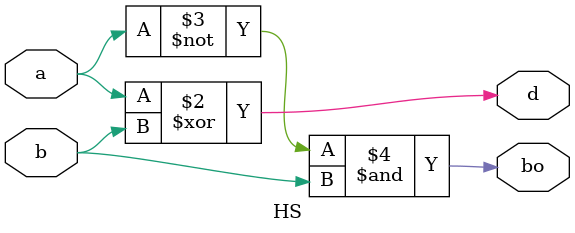
<source format=sv>
module HS(a,b,d,bo);
  
  input a,b;
  output d,bo;
  
  /*structural*/
  
  /*
 
  wire w1;
  xor(d,a,b);
  not(w1,a);
  and(bo,w1,b);
  
  */
  
  //dataflow
  
  /*
  assign d=a^b;
  assign bo=(~a)&b;
  */
  
  //Behavioral
  
  reg d,bo;
  always @(a or b)
    begin
       d = a^b;
      bo = (~a)&b;
      
    end
endmodule
</source>
